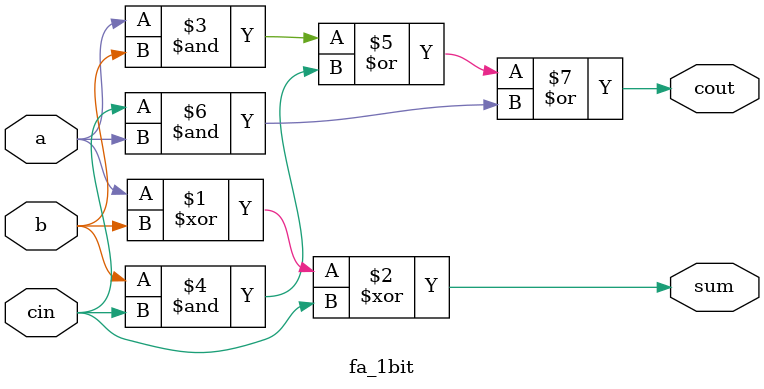
<source format=v>
module top_module( 
    input [99:0] a, b,
    input cin,
    output [99:0] cout,
    output [99:0] sum );
    
    genvar i;
    
    fa_1bit FA1(a[0],b[0],cin,cout[0],sum[0]);
    
    //this is a generte block
    //The loop generate construct provides an easy and concise method to create multiple instances 
    //of module items such as module instances, assign statements, assertions, interface instances 
    //In essence generate block is a special type of for loop with the loop index variable of datatype genvar.
    generate
        for (i=1; i<100; i=i+1) begin : Full_adder_block
        fa_1bit FA(a[i],b[i],cout[i-1],cout[i],sum[i]);
    end
    endgenerate

endmodule

module fa_1bit(input a, b, cin, output cout, sum);
    assign sum = a^b^cin;
    assign cout = (a&b)|(b&cin)|(cin&a);
endmodule

</source>
